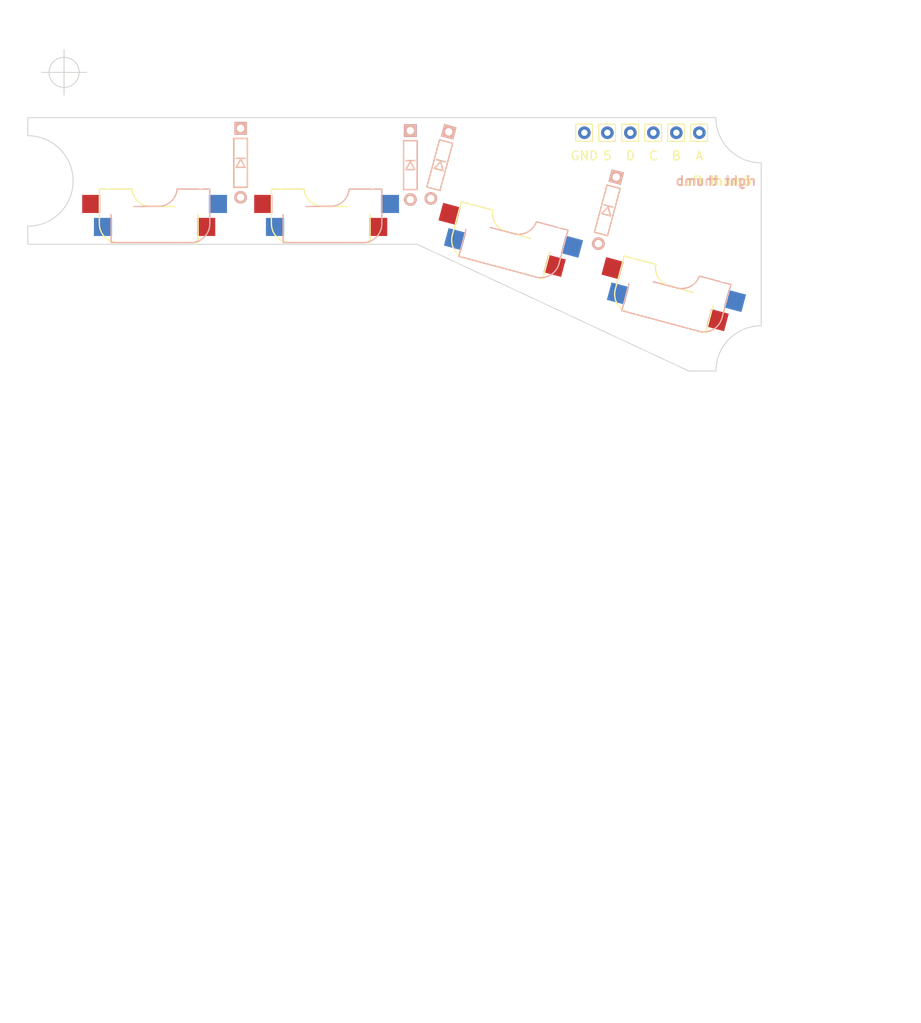
<source format=kicad_pcb>
(kicad_pcb (version 20171130) (host pcbnew 5.1.12)

  (general
    (thickness 1.6)
    (drawings 21)
    (tracks 0)
    (zones 0)
    (modules 14)
    (nets 11)
  )

  (page A4)
  (layers
    (0 F.Cu signal)
    (31 B.Cu signal)
    (32 B.Adhes user)
    (33 F.Adhes user)
    (34 B.Paste user)
    (35 F.Paste user)
    (36 B.SilkS user)
    (37 F.SilkS user)
    (38 B.Mask user)
    (39 F.Mask user)
    (40 Dwgs.User user)
    (41 Cmts.User user)
    (42 Eco1.User user)
    (43 Eco2.User user)
    (44 Edge.Cuts user)
    (45 Margin user)
    (46 B.CrtYd user)
    (47 F.CrtYd user)
    (48 B.Fab user)
    (49 F.Fab user)
  )

  (setup
    (last_trace_width 0.25)
    (trace_clearance 0.2)
    (zone_clearance 0.508)
    (zone_45_only no)
    (trace_min 0.2)
    (via_size 0.8)
    (via_drill 0.4)
    (via_min_size 0.4)
    (via_min_drill 0.3)
    (uvia_size 0.3)
    (uvia_drill 0.1)
    (uvias_allowed no)
    (uvia_min_size 0.2)
    (uvia_min_drill 0.1)
    (edge_width 0.1)
    (segment_width 0.2)
    (pcb_text_width 0.3)
    (pcb_text_size 1.5 1.5)
    (mod_edge_width 0.15)
    (mod_text_size 1 1)
    (mod_text_width 0.15)
    (pad_size 1.4 1.4)
    (pad_drill 0.7)
    (pad_to_mask_clearance 0)
    (aux_axis_origin 0 0)
    (visible_elements FFFFFF7F)
    (pcbplotparams
      (layerselection 0x010fc_ffffffff)
      (usegerberextensions false)
      (usegerberattributes true)
      (usegerberadvancedattributes true)
      (creategerberjobfile true)
      (excludeedgelayer true)
      (linewidth 0.100000)
      (plotframeref false)
      (viasonmask false)
      (mode 1)
      (useauxorigin false)
      (hpglpennumber 1)
      (hpglpenspeed 20)
      (hpglpendiameter 15.000000)
      (psnegative false)
      (psa4output false)
      (plotreference true)
      (plotvalue true)
      (plotinvisibletext false)
      (padsonsilk false)
      (subtractmaskfromsilk false)
      (outputformat 1)
      (mirror false)
      (drillshape 1)
      (scaleselection 1)
      (outputdirectory ""))
  )

  (net 0 "")
  (net 1 "Net-(D_LA5-Pad2)")
  (net 2 "Net-(D_LA5-Pad1)")
  (net 3 "Net-(D_LB5-Pad2)")
  (net 4 "Net-(D_LC5-Pad2)")
  (net 5 "Net-(D_LD5-Pad2)")
  (net 6 "Net-(H_LA1-Pad1)")
  (net 7 "Net-(H_LB1-Pad1)")
  (net 8 "Net-(H_LC1-Pad1)")
  (net 9 "Net-(H_LD1-Pad1)")
  (net 10 GND)

  (net_class Default "これはデフォルトのネット クラスです。"
    (clearance 0.2)
    (trace_width 0.25)
    (via_dia 0.8)
    (via_drill 0.4)
    (uvia_dia 0.3)
    (uvia_drill 0.1)
    (add_net GND)
    (add_net "Net-(D_LA5-Pad1)")
    (add_net "Net-(D_LA5-Pad2)")
    (add_net "Net-(D_LB5-Pad2)")
    (add_net "Net-(D_LC5-Pad2)")
    (add_net "Net-(D_LD5-Pad2)")
    (add_net "Net-(H_LA1-Pad1)")
    (add_net "Net-(H_LB1-Pad1)")
    (add_net "Net-(H_LC1-Pad1)")
    (add_net "Net-(H_LD1-Pad1)")
  )

  (module local:Pin_D0.7mm (layer F.Cu) (tedit 61A2FA53) (tstamp 61A356A4)
    (at 82.55 26.67)
    (descr "solder Pin_ with flat fork, hole diameter 0.7mm, length 6.5mm, width 1.8mm")
    (tags "solder Pin_ with flat fork")
    (path /61A26ADC)
    (fp_text reference H_LD1 (at 0 -3.81) (layer F.Fab)
      (effects (font (size 0.8 0.8) (thickness 0.15)))
    )
    (fp_text value D (at 0 2.54) (layer F.SilkS)
      (effects (font (size 1 1) (thickness 0.15)))
    )
    (fp_line (start -0.9 0.25) (end -0.9 -0.25) (layer F.Fab) (width 0.12))
    (fp_line (start 0.85 0.25) (end -0.9 0.25) (layer F.Fab) (width 0.12))
    (fp_line (start 0.85 -0.25) (end 0.85 0.25) (layer F.Fab) (width 0.12))
    (fp_line (start -0.9 -0.25) (end 0.85 -0.25) (layer F.Fab) (width 0.12))
    (fp_line (start 0.9 -0.95) (end -0.95 -0.95) (layer F.SilkS) (width 0.12))
    (fp_line (start 0.9 -0.9) (end 0.9 -0.95) (layer F.SilkS) (width 0.12))
    (fp_line (start 0.9 0.95) (end 0.9 -0.9) (layer F.SilkS) (width 0.12))
    (fp_line (start -0.95 0.95) (end 0.9 0.95) (layer F.SilkS) (width 0.12))
    (fp_line (start -0.95 -0.95) (end -0.95 0.95) (layer F.SilkS) (width 0.12))
    (pad 1 thru_hole circle (at 0 0) (size 1.4 1.4) (drill 0.7) (layers *.Cu *.Mask)
      (net 9 "Net-(H_LD1-Pad1)"))
    (model ${KISYS3DMOD}/Connector_Pin.3dshapes/Pin_D0.7mm_L6.5mm_W1.8mm_FlatFork.wrl
      (at (xyz 0 0 0))
      (scale (xyz 1 1 1))
      (rotate (xyz 0 0 0))
    )
  )

  (module local:Pin_D0.7mm (layer F.Cu) (tedit 61A2FA53) (tstamp 61A3566C)
    (at 80.01 26.67)
    (descr "solder Pin_ with flat fork, hole diameter 0.7mm, length 6.5mm, width 1.8mm")
    (tags "solder Pin_ with flat fork")
    (path /61A27B42)
    (fp_text reference H_L5 (at 0 -3.81) (layer F.Fab)
      (effects (font (size 0.8 0.8) (thickness 0.15)))
    )
    (fp_text value 5 (at 0 2.54) (layer F.SilkS)
      (effects (font (size 1 1) (thickness 0.15)))
    )
    (fp_line (start -0.9 0.25) (end -0.9 -0.25) (layer F.Fab) (width 0.12))
    (fp_line (start 0.85 0.25) (end -0.9 0.25) (layer F.Fab) (width 0.12))
    (fp_line (start 0.85 -0.25) (end 0.85 0.25) (layer F.Fab) (width 0.12))
    (fp_line (start -0.9 -0.25) (end 0.85 -0.25) (layer F.Fab) (width 0.12))
    (fp_line (start 0.9 -0.95) (end -0.95 -0.95) (layer F.SilkS) (width 0.12))
    (fp_line (start 0.9 -0.9) (end 0.9 -0.95) (layer F.SilkS) (width 0.12))
    (fp_line (start 0.9 0.95) (end 0.9 -0.9) (layer F.SilkS) (width 0.12))
    (fp_line (start -0.95 0.95) (end 0.9 0.95) (layer F.SilkS) (width 0.12))
    (fp_line (start -0.95 -0.95) (end -0.95 0.95) (layer F.SilkS) (width 0.12))
    (pad 1 thru_hole circle (at 0 0) (size 1.4 1.4) (drill 0.7) (layers *.Cu *.Mask)
      (net 2 "Net-(D_LA5-Pad1)"))
    (model ${KISYS3DMOD}/Connector_Pin.3dshapes/Pin_D0.7mm_L6.5mm_W1.8mm_FlatFork.wrl
      (at (xyz 0 0 0))
      (scale (xyz 1 1 1))
      (rotate (xyz 0 0 0))
    )
  )

  (module local:Pin_D0.7mm (layer F.Cu) (tedit 61A2FA53) (tstamp 61A3567A)
    (at 90.17 26.67)
    (descr "solder Pin_ with flat fork, hole diameter 0.7mm, length 6.5mm, width 1.8mm")
    (tags "solder Pin_ with flat fork")
    (path /61A275B8)
    (fp_text reference H_LA1 (at 0 -3.81) (layer F.Fab)
      (effects (font (size 0.8 0.8) (thickness 0.15)))
    )
    (fp_text value A (at 0 2.54) (layer F.SilkS)
      (effects (font (size 1 1) (thickness 0.15)))
    )
    (fp_line (start -0.9 0.25) (end -0.9 -0.25) (layer F.Fab) (width 0.12))
    (fp_line (start 0.85 0.25) (end -0.9 0.25) (layer F.Fab) (width 0.12))
    (fp_line (start 0.85 -0.25) (end 0.85 0.25) (layer F.Fab) (width 0.12))
    (fp_line (start -0.9 -0.25) (end 0.85 -0.25) (layer F.Fab) (width 0.12))
    (fp_line (start 0.9 -0.95) (end -0.95 -0.95) (layer F.SilkS) (width 0.12))
    (fp_line (start 0.9 -0.9) (end 0.9 -0.95) (layer F.SilkS) (width 0.12))
    (fp_line (start 0.9 0.95) (end 0.9 -0.9) (layer F.SilkS) (width 0.12))
    (fp_line (start -0.95 0.95) (end 0.9 0.95) (layer F.SilkS) (width 0.12))
    (fp_line (start -0.95 -0.95) (end -0.95 0.95) (layer F.SilkS) (width 0.12))
    (pad 1 thru_hole circle (at 0 0) (size 1.4 1.4) (drill 0.7) (layers *.Cu *.Mask)
      (net 6 "Net-(H_LA1-Pad1)"))
    (model ${KISYS3DMOD}/Connector_Pin.3dshapes/Pin_D0.7mm_L6.5mm_W1.8mm_FlatFork.wrl
      (at (xyz 0 0 0))
      (scale (xyz 1 1 1))
      (rotate (xyz 0 0 0))
    )
  )

  (module local:Pin_D0.7mm (layer F.Cu) (tedit 61A2FA53) (tstamp 61A35688)
    (at 87.63 26.67)
    (descr "solder Pin_ with flat fork, hole diameter 0.7mm, length 6.5mm, width 1.8mm")
    (tags "solder Pin_ with flat fork")
    (path /61A25B2F)
    (fp_text reference H_LB1 (at 0 -3.81) (layer F.Fab)
      (effects (font (size 0.8 0.8) (thickness 0.15)))
    )
    (fp_text value B (at 0 2.54) (layer F.SilkS)
      (effects (font (size 1 1) (thickness 0.15)))
    )
    (fp_line (start -0.9 0.25) (end -0.9 -0.25) (layer F.Fab) (width 0.12))
    (fp_line (start 0.85 0.25) (end -0.9 0.25) (layer F.Fab) (width 0.12))
    (fp_line (start 0.85 -0.25) (end 0.85 0.25) (layer F.Fab) (width 0.12))
    (fp_line (start -0.9 -0.25) (end 0.85 -0.25) (layer F.Fab) (width 0.12))
    (fp_line (start 0.9 -0.95) (end -0.95 -0.95) (layer F.SilkS) (width 0.12))
    (fp_line (start 0.9 -0.9) (end 0.9 -0.95) (layer F.SilkS) (width 0.12))
    (fp_line (start 0.9 0.95) (end 0.9 -0.9) (layer F.SilkS) (width 0.12))
    (fp_line (start -0.95 0.95) (end 0.9 0.95) (layer F.SilkS) (width 0.12))
    (fp_line (start -0.95 -0.95) (end -0.95 0.95) (layer F.SilkS) (width 0.12))
    (pad 1 thru_hole circle (at 0 0) (size 1.4 1.4) (drill 0.7) (layers *.Cu *.Mask)
      (net 7 "Net-(H_LB1-Pad1)"))
    (model ${KISYS3DMOD}/Connector_Pin.3dshapes/Pin_D0.7mm_L6.5mm_W1.8mm_FlatFork.wrl
      (at (xyz 0 0 0))
      (scale (xyz 1 1 1))
      (rotate (xyz 0 0 0))
    )
  )

  (module local:Pin_D0.7mm (layer F.Cu) (tedit 61A2FA53) (tstamp 61A35696)
    (at 85.09 26.67)
    (descr "solder Pin_ with flat fork, hole diameter 0.7mm, length 6.5mm, width 1.8mm")
    (tags "solder Pin_ with flat fork")
    (path /61A26894)
    (fp_text reference H_LC1 (at 0 -3.81) (layer F.Fab)
      (effects (font (size 0.8 0.8) (thickness 0.15)))
    )
    (fp_text value C (at 0 2.54) (layer F.SilkS)
      (effects (font (size 1 1) (thickness 0.15)))
    )
    (fp_line (start -0.9 0.25) (end -0.9 -0.25) (layer F.Fab) (width 0.12))
    (fp_line (start 0.85 0.25) (end -0.9 0.25) (layer F.Fab) (width 0.12))
    (fp_line (start 0.85 -0.25) (end 0.85 0.25) (layer F.Fab) (width 0.12))
    (fp_line (start -0.9 -0.25) (end 0.85 -0.25) (layer F.Fab) (width 0.12))
    (fp_line (start 0.9 -0.95) (end -0.95 -0.95) (layer F.SilkS) (width 0.12))
    (fp_line (start 0.9 -0.9) (end 0.9 -0.95) (layer F.SilkS) (width 0.12))
    (fp_line (start 0.9 0.95) (end 0.9 -0.9) (layer F.SilkS) (width 0.12))
    (fp_line (start -0.95 0.95) (end 0.9 0.95) (layer F.SilkS) (width 0.12))
    (fp_line (start -0.95 -0.95) (end -0.95 0.95) (layer F.SilkS) (width 0.12))
    (pad 1 thru_hole circle (at 0 0) (size 1.4 1.4) (drill 0.7) (layers *.Cu *.Mask)
      (net 8 "Net-(H_LC1-Pad1)"))
    (model ${KISYS3DMOD}/Connector_Pin.3dshapes/Pin_D0.7mm_L6.5mm_W1.8mm_FlatFork.wrl
      (at (xyz 0 0 0))
      (scale (xyz 1 1 1))
      (rotate (xyz 0 0 0))
    )
  )

  (module local:Pin_D0.7mm (layer F.Cu) (tedit 61A2FA53) (tstamp 61A356B2)
    (at 77.47 26.67)
    (descr "solder Pin_ with flat fork, hole diameter 0.7mm, length 6.5mm, width 1.8mm")
    (tags "solder Pin_ with flat fork")
    (path /61A27F0E)
    (fp_text reference H_LGND1 (at 0 -3.81) (layer F.Fab)
      (effects (font (size 0.8 0.8) (thickness 0.15)))
    )
    (fp_text value GND (at 0 2.54) (layer F.SilkS)
      (effects (font (size 1 1) (thickness 0.15)))
    )
    (fp_line (start -0.9 0.25) (end -0.9 -0.25) (layer F.Fab) (width 0.12))
    (fp_line (start 0.85 0.25) (end -0.9 0.25) (layer F.Fab) (width 0.12))
    (fp_line (start 0.85 -0.25) (end 0.85 0.25) (layer F.Fab) (width 0.12))
    (fp_line (start -0.9 -0.25) (end 0.85 -0.25) (layer F.Fab) (width 0.12))
    (fp_line (start 0.9 -0.95) (end -0.95 -0.95) (layer F.SilkS) (width 0.12))
    (fp_line (start 0.9 -0.9) (end 0.9 -0.95) (layer F.SilkS) (width 0.12))
    (fp_line (start 0.9 0.95) (end 0.9 -0.9) (layer F.SilkS) (width 0.12))
    (fp_line (start -0.95 0.95) (end 0.9 0.95) (layer F.SilkS) (width 0.12))
    (fp_line (start -0.95 -0.95) (end -0.95 0.95) (layer F.SilkS) (width 0.12))
    (pad 1 thru_hole circle (at 0 0) (size 1.4 1.4) (drill 0.7) (layers *.Cu *.Mask)
      (net 10 GND))
    (model ${KISYS3DMOD}/Connector_Pin.3dshapes/Pin_D0.7mm_L6.5mm_W1.8mm_FlatFork.wrl
      (at (xyz 0 0 0))
      (scale (xyz 1 1 1))
      (rotate (xyz 0 0 0))
    )
  )

  (module local:D_TH_Reversible (layer B.Cu) (tedit 6108B6D8) (tstamp 61A4765D)
    (at 80 35.25 255)
    (descr "Resitance 3 pas")
    (tags R)
    (path /61A38A85)
    (autoplace_cost180 10)
    (fp_text reference D_LA5 (at 0.55 0 75) (layer B.Fab) hide
      (effects (font (size 0.5 0.5) (thickness 0.125)) (justify mirror))
    )
    (fp_text value D_A5 (at -0.55 0 75) (layer B.Fab) hide
      (effects (font (size 0.5 0.5) (thickness 0.125)) (justify mirror))
    )
    (fp_line (start 2.7 -0.75) (end 2.7 0.75) (layer F.SilkS) (width 0.15))
    (fp_line (start -2.7 -0.75) (end 2.7 -0.75) (layer F.SilkS) (width 0.15))
    (fp_line (start -2.7 0.75) (end -2.7 -0.75) (layer F.SilkS) (width 0.15))
    (fp_line (start 2.7 0.75) (end -2.7 0.75) (layer F.SilkS) (width 0.15))
    (fp_line (start 2.7 -0.75) (end 2.7 0.75) (layer B.SilkS) (width 0.15))
    (fp_line (start -2.7 -0.75) (end 2.7 -0.75) (layer B.SilkS) (width 0.15))
    (fp_line (start -2.7 0.75) (end -2.7 -0.75) (layer B.SilkS) (width 0.15))
    (fp_line (start 2.7 0.75) (end -2.7 0.75) (layer B.SilkS) (width 0.15))
    (fp_line (start -0.5 0.5) (end -0.5 -0.5) (layer B.SilkS) (width 0.15))
    (fp_line (start 0.5 -0.5) (end -0.4 0) (layer B.SilkS) (width 0.15))
    (fp_line (start 0.5 0.5) (end 0.5 -0.5) (layer B.SilkS) (width 0.15))
    (fp_line (start -0.4 0) (end 0.5 0.5) (layer B.SilkS) (width 0.15))
    (fp_line (start -0.5 0.5) (end -0.5 -0.5) (layer F.SilkS) (width 0.15))
    (fp_line (start 0.5 -0.5) (end -0.4 0) (layer F.SilkS) (width 0.15))
    (fp_line (start 0.5 0.5) (end 0.5 -0.5) (layer F.SilkS) (width 0.15))
    (fp_line (start -0.4 0) (end 0.5 0.5) (layer F.SilkS) (width 0.15))
    (pad 2 thru_hole circle (at 3.81 0 255) (size 1.397 1.397) (drill 0.8128) (layers *.Cu *.Mask B.SilkS)
      (net 1 "Net-(D_LA5-Pad2)"))
    (pad 1 thru_hole rect (at -3.81 0 255) (size 1.397 1.397) (drill 0.8128) (layers *.Cu *.Mask B.SilkS)
      (net 2 "Net-(D_LA5-Pad1)"))
    (model Diodes_SMD.3dshapes/SMB_Handsoldering.wrl
      (at (xyz 0 0 0))
      (scale (xyz 0.22 0.15 0.15))
      (rotate (xyz 0 0 180))
    )
  )

  (module local:D_TH_Reversible (layer B.Cu) (tedit 6108B6D8) (tstamp 61A47672)
    (at 61.5 30.25 255)
    (descr "Resitance 3 pas")
    (tags R)
    (path /61A3850D)
    (autoplace_cost180 10)
    (fp_text reference D_LB5 (at 0.55 0 75) (layer B.Fab) hide
      (effects (font (size 0.5 0.5) (thickness 0.125)) (justify mirror))
    )
    (fp_text value D_B5 (at -0.55 0 75) (layer B.Fab) hide
      (effects (font (size 0.5 0.5) (thickness 0.125)) (justify mirror))
    )
    (fp_line (start 2.7 -0.75) (end 2.7 0.75) (layer F.SilkS) (width 0.15))
    (fp_line (start -2.7 -0.75) (end 2.7 -0.75) (layer F.SilkS) (width 0.15))
    (fp_line (start -2.7 0.75) (end -2.7 -0.75) (layer F.SilkS) (width 0.15))
    (fp_line (start 2.7 0.75) (end -2.7 0.75) (layer F.SilkS) (width 0.15))
    (fp_line (start 2.7 -0.75) (end 2.7 0.75) (layer B.SilkS) (width 0.15))
    (fp_line (start -2.7 -0.75) (end 2.7 -0.75) (layer B.SilkS) (width 0.15))
    (fp_line (start -2.7 0.75) (end -2.7 -0.75) (layer B.SilkS) (width 0.15))
    (fp_line (start 2.7 0.75) (end -2.7 0.75) (layer B.SilkS) (width 0.15))
    (fp_line (start -0.5 0.5) (end -0.5 -0.5) (layer B.SilkS) (width 0.15))
    (fp_line (start 0.5 -0.5) (end -0.4 0) (layer B.SilkS) (width 0.15))
    (fp_line (start 0.5 0.5) (end 0.5 -0.5) (layer B.SilkS) (width 0.15))
    (fp_line (start -0.4 0) (end 0.5 0.5) (layer B.SilkS) (width 0.15))
    (fp_line (start -0.5 0.5) (end -0.5 -0.5) (layer F.SilkS) (width 0.15))
    (fp_line (start 0.5 -0.5) (end -0.4 0) (layer F.SilkS) (width 0.15))
    (fp_line (start 0.5 0.5) (end 0.5 -0.5) (layer F.SilkS) (width 0.15))
    (fp_line (start -0.4 0) (end 0.5 0.5) (layer F.SilkS) (width 0.15))
    (pad 2 thru_hole circle (at 3.81 0 255) (size 1.397 1.397) (drill 0.8128) (layers *.Cu *.Mask B.SilkS)
      (net 3 "Net-(D_LB5-Pad2)"))
    (pad 1 thru_hole rect (at -3.81 0 255) (size 1.397 1.397) (drill 0.8128) (layers *.Cu *.Mask B.SilkS)
      (net 2 "Net-(D_LA5-Pad1)"))
    (model Diodes_SMD.3dshapes/SMB_Handsoldering.wrl
      (at (xyz 0 0 0))
      (scale (xyz 0.22 0.15 0.15))
      (rotate (xyz 0 0 180))
    )
  )

  (module local:D_TH_Reversible (layer B.Cu) (tedit 6108B6D8) (tstamp 61A47687)
    (at 58.25 30.25 270)
    (descr "Resitance 3 pas")
    (tags R)
    (path /61A37E86)
    (autoplace_cost180 10)
    (fp_text reference D_LC5 (at 0.55 0 90) (layer B.Fab) hide
      (effects (font (size 0.5 0.5) (thickness 0.125)) (justify mirror))
    )
    (fp_text value D_C5 (at -0.55 0 90) (layer B.Fab) hide
      (effects (font (size 0.5 0.5) (thickness 0.125)) (justify mirror))
    )
    (fp_line (start 2.7 -0.75) (end 2.7 0.75) (layer F.SilkS) (width 0.15))
    (fp_line (start -2.7 -0.75) (end 2.7 -0.75) (layer F.SilkS) (width 0.15))
    (fp_line (start -2.7 0.75) (end -2.7 -0.75) (layer F.SilkS) (width 0.15))
    (fp_line (start 2.7 0.75) (end -2.7 0.75) (layer F.SilkS) (width 0.15))
    (fp_line (start 2.7 -0.75) (end 2.7 0.75) (layer B.SilkS) (width 0.15))
    (fp_line (start -2.7 -0.75) (end 2.7 -0.75) (layer B.SilkS) (width 0.15))
    (fp_line (start -2.7 0.75) (end -2.7 -0.75) (layer B.SilkS) (width 0.15))
    (fp_line (start 2.7 0.75) (end -2.7 0.75) (layer B.SilkS) (width 0.15))
    (fp_line (start -0.5 0.5) (end -0.5 -0.5) (layer B.SilkS) (width 0.15))
    (fp_line (start 0.5 -0.5) (end -0.4 0) (layer B.SilkS) (width 0.15))
    (fp_line (start 0.5 0.5) (end 0.5 -0.5) (layer B.SilkS) (width 0.15))
    (fp_line (start -0.4 0) (end 0.5 0.5) (layer B.SilkS) (width 0.15))
    (fp_line (start -0.5 0.5) (end -0.5 -0.5) (layer F.SilkS) (width 0.15))
    (fp_line (start 0.5 -0.5) (end -0.4 0) (layer F.SilkS) (width 0.15))
    (fp_line (start 0.5 0.5) (end 0.5 -0.5) (layer F.SilkS) (width 0.15))
    (fp_line (start -0.4 0) (end 0.5 0.5) (layer F.SilkS) (width 0.15))
    (pad 2 thru_hole circle (at 3.81 0 270) (size 1.397 1.397) (drill 0.8128) (layers *.Cu *.Mask B.SilkS)
      (net 4 "Net-(D_LC5-Pad2)"))
    (pad 1 thru_hole rect (at -3.81 0 270) (size 1.397 1.397) (drill 0.8128) (layers *.Cu *.Mask B.SilkS)
      (net 2 "Net-(D_LA5-Pad1)"))
    (model Diodes_SMD.3dshapes/SMB_Handsoldering.wrl
      (at (xyz 0 0 0))
      (scale (xyz 0.22 0.15 0.15))
      (rotate (xyz 0 0 180))
    )
  )

  (module local:D_TH_Reversible (layer B.Cu) (tedit 6108B6D8) (tstamp 61A4769C)
    (at 39.5 30 270)
    (descr "Resitance 3 pas")
    (tags R)
    (path /61A374D8)
    (autoplace_cost180 10)
    (fp_text reference D_LD5 (at 0.55 0 90) (layer B.Fab) hide
      (effects (font (size 0.5 0.5) (thickness 0.125)) (justify mirror))
    )
    (fp_text value D (at -0.55 0 90) (layer B.Fab) hide
      (effects (font (size 0.5 0.5) (thickness 0.125)) (justify mirror))
    )
    (fp_line (start 2.7 -0.75) (end 2.7 0.75) (layer F.SilkS) (width 0.15))
    (fp_line (start -2.7 -0.75) (end 2.7 -0.75) (layer F.SilkS) (width 0.15))
    (fp_line (start -2.7 0.75) (end -2.7 -0.75) (layer F.SilkS) (width 0.15))
    (fp_line (start 2.7 0.75) (end -2.7 0.75) (layer F.SilkS) (width 0.15))
    (fp_line (start 2.7 -0.75) (end 2.7 0.75) (layer B.SilkS) (width 0.15))
    (fp_line (start -2.7 -0.75) (end 2.7 -0.75) (layer B.SilkS) (width 0.15))
    (fp_line (start -2.7 0.75) (end -2.7 -0.75) (layer B.SilkS) (width 0.15))
    (fp_line (start 2.7 0.75) (end -2.7 0.75) (layer B.SilkS) (width 0.15))
    (fp_line (start -0.5 0.5) (end -0.5 -0.5) (layer B.SilkS) (width 0.15))
    (fp_line (start 0.5 -0.5) (end -0.4 0) (layer B.SilkS) (width 0.15))
    (fp_line (start 0.5 0.5) (end 0.5 -0.5) (layer B.SilkS) (width 0.15))
    (fp_line (start -0.4 0) (end 0.5 0.5) (layer B.SilkS) (width 0.15))
    (fp_line (start -0.5 0.5) (end -0.5 -0.5) (layer F.SilkS) (width 0.15))
    (fp_line (start 0.5 -0.5) (end -0.4 0) (layer F.SilkS) (width 0.15))
    (fp_line (start 0.5 0.5) (end 0.5 -0.5) (layer F.SilkS) (width 0.15))
    (fp_line (start -0.4 0) (end 0.5 0.5) (layer F.SilkS) (width 0.15))
    (pad 2 thru_hole circle (at 3.81 0 270) (size 1.397 1.397) (drill 0.8128) (layers *.Cu *.Mask B.SilkS)
      (net 5 "Net-(D_LD5-Pad2)"))
    (pad 1 thru_hole rect (at -3.81 0 270) (size 1.397 1.397) (drill 0.8128) (layers *.Cu *.Mask B.SilkS)
      (net 2 "Net-(D_LA5-Pad1)"))
    (model Diodes_SMD.3dshapes/SMB_Handsoldering.wrl
      (at (xyz 0 0 0))
      (scale (xyz 0.22 0.15 0.15))
      (rotate (xyz 0 0 180))
    )
  )

  (module local:CherryMX_Hotswap_Reversible (layer F.Cu) (tedit 61A469B8) (tstamp 61A476B1)
    (at 88 41 165)
    (path /61A293DD)
    (fp_text reference SW_LA5 (at 6.858 -8.128 345) (layer F.SilkS) hide
      (effects (font (size 1 1) (thickness 0.15)))
    )
    (fp_text value SW_PUSH-foostan (at 7.62 7.874 345) (layer F.Fab) hide
      (effects (font (size 1 1) (thickness 0.15)))
    )
    (fp_arc (start 4.015 -4.73) (end 3.825 -6.804) (angle 90) (layer F.SilkS) (width 0.15))
    (fp_arc (start 0.415 -0.73) (end 0.225 -2.8) (angle 90) (layer F.SilkS) (width 0.15))
    (fp_arc (start -0.415 -0.73) (end -0.225 -2.8) (angle -90) (layer B.SilkS) (width 0.15))
    (fp_arc (start -4.015 -4.73) (end -3.825 -6.804) (angle -90) (layer B.SilkS) (width 0.15))
    (fp_line (start 7 6) (end 7 7) (layer Eco1.User) (width 0.12))
    (fp_line (start 7 7) (end 6 7) (layer Eco1.User) (width 0.12))
    (fp_line (start 8 -3) (end 7 -3) (layer Eco1.User) (width 0.12))
    (fp_line (start 6 -7) (end 7 -7) (layer Eco1.User) (width 0.12))
    (fp_line (start 7 -7) (end 7 -6) (layer Eco1.User) (width 0.1))
    (fp_line (start -7 -6) (end -7 -7) (layer Eco1.User) (width 0.1))
    (fp_line (start -7 7) (end -7 6) (layer Eco1.User) (width 0.1))
    (fp_line (start 6.1 -0.896) (end 2.49 -0.896) (layer F.SilkS) (width 0.15))
    (fp_line (start 6.1 -4.85) (end 6.1 -0.905) (layer F.SilkS) (width 0.15))
    (fp_line (start -4.8 -6.804) (end 3.825 -6.804) (layer F.SilkS) (width 0.15))
    (fp_line (start -4.8 -2.896) (end -4.8 -6.804) (layer F.SilkS) (width 0.15))
    (fp_line (start -4.8 -2.85) (end 0.25 -2.804) (layer F.SilkS) (width 0.15))
    (fp_line (start 4.8 -2.85) (end -0.25 -2.804) (layer B.SilkS) (width 0.15))
    (fp_line (start 4.8 -2.896) (end 4.8 -6.804) (layer B.SilkS) (width 0.15))
    (fp_line (start 4.8 -6.804) (end -3.825 -6.804) (layer B.SilkS) (width 0.15))
    (fp_line (start -6.1 -4.85) (end -6.1 -0.905) (layer B.SilkS) (width 0.15))
    (fp_line (start -6.1 -0.896) (end -2.49 -0.896) (layer B.SilkS) (width 0.15))
    (fp_line (start -9 -9) (end 9 -9) (layer Dwgs.User) (width 0.1))
    (fp_line (start 9 -9) (end 9 9) (layer Dwgs.User) (width 0.1))
    (fp_line (start 9 9) (end -9 9) (layer Dwgs.User) (width 0.1))
    (fp_line (start -9 9) (end -9 -9) (layer Dwgs.User) (width 0.1))
    (fp_line (start -6 7) (end -7 7) (layer Eco1.User) (width 0.1))
    (fp_line (start -7 -7) (end -6 -7) (layer Eco1.User) (width 0.1))
    (fp_line (start -3 -6) (end -3 -9) (layer Cmts.User) (width 0.12))
    (fp_line (start -3 -9) (end 3 -9) (layer Cmts.User) (width 0.12))
    (fp_line (start 3 -9) (end 3 -6) (layer Cmts.User) (width 0.12))
    (fp_line (start 3 -6) (end -3 -6) (layer Cmts.User) (width 0.12))
    (fp_line (start -3 6) (end -3 9) (layer Cmts.User) (width 0.12))
    (fp_line (start -3 9) (end 3 9) (layer Cmts.User) (width 0.12))
    (fp_line (start 3 9) (end 3 6) (layer Cmts.User) (width 0.12))
    (fp_line (start 3 6) (end -3 6) (layer Cmts.User) (width 0.12))
    (pad 2 smd rect (at -5.7 -5.08 345) (size 2 2) (layers F.Cu F.Paste F.Mask)
      (net 6 "Net-(H_LA1-Pad1)"))
    (pad "" np_thru_hole circle (at 3.81 -2.54 345) (size 3 3) (drill 3) (layers *.Cu *.Mask)
      (clearance 0.25))
    (pad "" np_thru_hole circle (at -2.54 -5.08 345) (size 3 3) (drill 3) (layers *.Cu *.Mask)
      (clearance 0.3))
    (pad 1 smd rect (at 7 -2.54 345) (size 2 2) (layers F.Cu F.Paste F.Mask)
      (net 1 "Net-(D_LA5-Pad2)"))
    (pad 2 smd rect (at -7 -2.54 345) (size 2 2) (layers B.Cu B.Paste B.Mask)
      (net 6 "Net-(H_LA1-Pad1)"))
    (pad "" np_thru_hole circle (at 2.54 -5.08 345) (size 3 3) (drill 3) (layers *.Cu *.Mask)
      (clearance 0.3))
    (pad "" np_thru_hole circle (at 0 0 75) (size 3.988 3.988) (drill 3.988) (layers *.Cu *.Mask)
      (clearance 0.25))
    (pad "" np_thru_hole circle (at -5.08 0 345) (size 1.702 1.702) (drill 1.702) (layers *.Cu *.Mask)
      (clearance 0.3))
    (pad "" np_thru_hole circle (at 5.08 0 345) (size 1.702 1.702) (drill 1.702) (layers *.Cu *.Mask)
      (clearance 0.3))
    (pad "" np_thru_hole circle (at -3.81 -2.54 345) (size 3 3) (drill 3) (layers *.Cu *.Mask)
      (clearance 0.25))
    (pad 1 smd rect (at 5.7 -5.08 345) (size 2 2) (layers B.Cu B.Paste B.Mask)
      (net 1 "Net-(D_LA5-Pad2)"))
  )

  (module local:CherryMX_Hotswap_Reversible (layer F.Cu) (tedit 61A469B8) (tstamp 61A476E2)
    (at 70 35 165)
    (path /61A2B094)
    (fp_text reference SW_LB5 (at 6.858 -8.128 345) (layer F.SilkS) hide
      (effects (font (size 1 1) (thickness 0.15)))
    )
    (fp_text value SW_PUSH-foostan (at 7.62 7.874 345) (layer F.Fab) hide
      (effects (font (size 1 1) (thickness 0.15)))
    )
    (fp_arc (start 4.015 -4.73) (end 3.825 -6.804) (angle 90) (layer F.SilkS) (width 0.15))
    (fp_arc (start 0.415 -0.73) (end 0.225 -2.8) (angle 90) (layer F.SilkS) (width 0.15))
    (fp_arc (start -0.415 -0.73) (end -0.225 -2.8) (angle -90) (layer B.SilkS) (width 0.15))
    (fp_arc (start -4.015 -4.73) (end -3.825 -6.804) (angle -90) (layer B.SilkS) (width 0.15))
    (fp_line (start 7 6) (end 7 7) (layer Eco1.User) (width 0.12))
    (fp_line (start 7 7) (end 6 7) (layer Eco1.User) (width 0.12))
    (fp_line (start 8 -3) (end 7 -3) (layer Eco1.User) (width 0.12))
    (fp_line (start 6 -7) (end 7 -7) (layer Eco1.User) (width 0.12))
    (fp_line (start 7 -7) (end 7 -6) (layer Eco1.User) (width 0.1))
    (fp_line (start -7 -6) (end -7 -7) (layer Eco1.User) (width 0.1))
    (fp_line (start -7 7) (end -7 6) (layer Eco1.User) (width 0.1))
    (fp_line (start 6.1 -0.896) (end 2.49 -0.896) (layer F.SilkS) (width 0.15))
    (fp_line (start 6.1 -4.85) (end 6.1 -0.905) (layer F.SilkS) (width 0.15))
    (fp_line (start -4.8 -6.804) (end 3.825 -6.804) (layer F.SilkS) (width 0.15))
    (fp_line (start -4.8 -2.896) (end -4.8 -6.804) (layer F.SilkS) (width 0.15))
    (fp_line (start -4.8 -2.85) (end 0.25 -2.804) (layer F.SilkS) (width 0.15))
    (fp_line (start 4.8 -2.85) (end -0.25 -2.804) (layer B.SilkS) (width 0.15))
    (fp_line (start 4.8 -2.896) (end 4.8 -6.804) (layer B.SilkS) (width 0.15))
    (fp_line (start 4.8 -6.804) (end -3.825 -6.804) (layer B.SilkS) (width 0.15))
    (fp_line (start -6.1 -4.85) (end -6.1 -0.905) (layer B.SilkS) (width 0.15))
    (fp_line (start -6.1 -0.896) (end -2.49 -0.896) (layer B.SilkS) (width 0.15))
    (fp_line (start -9 -9) (end 9 -9) (layer Dwgs.User) (width 0.1))
    (fp_line (start 9 -9) (end 9 9) (layer Dwgs.User) (width 0.1))
    (fp_line (start 9 9) (end -9 9) (layer Dwgs.User) (width 0.1))
    (fp_line (start -9 9) (end -9 -9) (layer Dwgs.User) (width 0.1))
    (fp_line (start -6 7) (end -7 7) (layer Eco1.User) (width 0.1))
    (fp_line (start -7 -7) (end -6 -7) (layer Eco1.User) (width 0.1))
    (fp_line (start -3 -6) (end -3 -9) (layer Cmts.User) (width 0.12))
    (fp_line (start -3 -9) (end 3 -9) (layer Cmts.User) (width 0.12))
    (fp_line (start 3 -9) (end 3 -6) (layer Cmts.User) (width 0.12))
    (fp_line (start 3 -6) (end -3 -6) (layer Cmts.User) (width 0.12))
    (fp_line (start -3 6) (end -3 9) (layer Cmts.User) (width 0.12))
    (fp_line (start -3 9) (end 3 9) (layer Cmts.User) (width 0.12))
    (fp_line (start 3 9) (end 3 6) (layer Cmts.User) (width 0.12))
    (fp_line (start 3 6) (end -3 6) (layer Cmts.User) (width 0.12))
    (pad 2 smd rect (at -5.7 -5.08 345) (size 2 2) (layers F.Cu F.Paste F.Mask)
      (net 7 "Net-(H_LB1-Pad1)"))
    (pad "" np_thru_hole circle (at 3.81 -2.54 345) (size 3 3) (drill 3) (layers *.Cu *.Mask)
      (clearance 0.25))
    (pad "" np_thru_hole circle (at -2.54 -5.08 345) (size 3 3) (drill 3) (layers *.Cu *.Mask)
      (clearance 0.3))
    (pad 1 smd rect (at 7 -2.54 345) (size 2 2) (layers F.Cu F.Paste F.Mask)
      (net 3 "Net-(D_LB5-Pad2)"))
    (pad 2 smd rect (at -7 -2.54 345) (size 2 2) (layers B.Cu B.Paste B.Mask)
      (net 7 "Net-(H_LB1-Pad1)"))
    (pad "" np_thru_hole circle (at 2.54 -5.08 345) (size 3 3) (drill 3) (layers *.Cu *.Mask)
      (clearance 0.3))
    (pad "" np_thru_hole circle (at 0 0 75) (size 3.988 3.988) (drill 3.988) (layers *.Cu *.Mask)
      (clearance 0.25))
    (pad "" np_thru_hole circle (at -5.08 0 345) (size 1.702 1.702) (drill 1.702) (layers *.Cu *.Mask)
      (clearance 0.3))
    (pad "" np_thru_hole circle (at 5.08 0 345) (size 1.702 1.702) (drill 1.702) (layers *.Cu *.Mask)
      (clearance 0.3))
    (pad "" np_thru_hole circle (at -3.81 -2.54 345) (size 3 3) (drill 3) (layers *.Cu *.Mask)
      (clearance 0.25))
    (pad 1 smd rect (at 5.7 -5.08 345) (size 2 2) (layers B.Cu B.Paste B.Mask)
      (net 3 "Net-(D_LB5-Pad2)"))
  )

  (module local:CherryMX_Hotswap_Reversible (layer F.Cu) (tedit 61A469B8) (tstamp 61A47713)
    (at 49 32 180)
    (path /61A2FE9B)
    (fp_text reference SW_LC5 (at 6.858 -8.128 180) (layer F.SilkS) hide
      (effects (font (size 1 1) (thickness 0.15)))
    )
    (fp_text value SW_PUSH-foostan (at 7.62 7.874 180) (layer F.Fab) hide
      (effects (font (size 1 1) (thickness 0.15)))
    )
    (fp_arc (start 4.015 -4.73) (end 3.825 -6.804) (angle 90) (layer F.SilkS) (width 0.15))
    (fp_arc (start 0.415 -0.73) (end 0.225 -2.8) (angle 90) (layer F.SilkS) (width 0.15))
    (fp_arc (start -0.415 -0.73) (end -0.225 -2.8) (angle -90) (layer B.SilkS) (width 0.15))
    (fp_arc (start -4.015 -4.73) (end -3.825 -6.804) (angle -90) (layer B.SilkS) (width 0.15))
    (fp_line (start 7 6) (end 7 7) (layer Eco1.User) (width 0.12))
    (fp_line (start 7 7) (end 6 7) (layer Eco1.User) (width 0.12))
    (fp_line (start 8 -3) (end 7 -3) (layer Eco1.User) (width 0.12))
    (fp_line (start 6 -7) (end 7 -7) (layer Eco1.User) (width 0.12))
    (fp_line (start 7 -7) (end 7 -6) (layer Eco1.User) (width 0.1))
    (fp_line (start -7 -6) (end -7 -7) (layer Eco1.User) (width 0.1))
    (fp_line (start -7 7) (end -7 6) (layer Eco1.User) (width 0.1))
    (fp_line (start 6.1 -0.896) (end 2.49 -0.896) (layer F.SilkS) (width 0.15))
    (fp_line (start 6.1 -4.85) (end 6.1 -0.905) (layer F.SilkS) (width 0.15))
    (fp_line (start -4.8 -6.804) (end 3.825 -6.804) (layer F.SilkS) (width 0.15))
    (fp_line (start -4.8 -2.896) (end -4.8 -6.804) (layer F.SilkS) (width 0.15))
    (fp_line (start -4.8 -2.85) (end 0.25 -2.804) (layer F.SilkS) (width 0.15))
    (fp_line (start 4.8 -2.85) (end -0.25 -2.804) (layer B.SilkS) (width 0.15))
    (fp_line (start 4.8 -2.896) (end 4.8 -6.804) (layer B.SilkS) (width 0.15))
    (fp_line (start 4.8 -6.804) (end -3.825 -6.804) (layer B.SilkS) (width 0.15))
    (fp_line (start -6.1 -4.85) (end -6.1 -0.905) (layer B.SilkS) (width 0.15))
    (fp_line (start -6.1 -0.896) (end -2.49 -0.896) (layer B.SilkS) (width 0.15))
    (fp_line (start -9 -9) (end 9 -9) (layer Dwgs.User) (width 0.1))
    (fp_line (start 9 -9) (end 9 9) (layer Dwgs.User) (width 0.1))
    (fp_line (start 9 9) (end -9 9) (layer Dwgs.User) (width 0.1))
    (fp_line (start -9 9) (end -9 -9) (layer Dwgs.User) (width 0.1))
    (fp_line (start -6 7) (end -7 7) (layer Eco1.User) (width 0.1))
    (fp_line (start -7 -7) (end -6 -7) (layer Eco1.User) (width 0.1))
    (fp_line (start -3 -6) (end -3 -9) (layer Cmts.User) (width 0.12))
    (fp_line (start -3 -9) (end 3 -9) (layer Cmts.User) (width 0.12))
    (fp_line (start 3 -9) (end 3 -6) (layer Cmts.User) (width 0.12))
    (fp_line (start 3 -6) (end -3 -6) (layer Cmts.User) (width 0.12))
    (fp_line (start -3 6) (end -3 9) (layer Cmts.User) (width 0.12))
    (fp_line (start -3 9) (end 3 9) (layer Cmts.User) (width 0.12))
    (fp_line (start 3 9) (end 3 6) (layer Cmts.User) (width 0.12))
    (fp_line (start 3 6) (end -3 6) (layer Cmts.User) (width 0.12))
    (pad 2 smd rect (at -5.7 -5.08) (size 2 2) (layers F.Cu F.Paste F.Mask)
      (net 8 "Net-(H_LC1-Pad1)"))
    (pad "" np_thru_hole circle (at 3.81 -2.54) (size 3 3) (drill 3) (layers *.Cu *.Mask)
      (clearance 0.25))
    (pad "" np_thru_hole circle (at -2.54 -5.08) (size 3 3) (drill 3) (layers *.Cu *.Mask)
      (clearance 0.3))
    (pad 1 smd rect (at 7 -2.54) (size 2 2) (layers F.Cu F.Paste F.Mask)
      (net 4 "Net-(D_LC5-Pad2)"))
    (pad 2 smd rect (at -7 -2.54) (size 2 2) (layers B.Cu B.Paste B.Mask)
      (net 8 "Net-(H_LC1-Pad1)"))
    (pad "" np_thru_hole circle (at 2.54 -5.08) (size 3 3) (drill 3) (layers *.Cu *.Mask)
      (clearance 0.3))
    (pad "" np_thru_hole circle (at 0 0 90) (size 3.988 3.988) (drill 3.988) (layers *.Cu *.Mask)
      (clearance 0.25))
    (pad "" np_thru_hole circle (at -5.08 0) (size 1.702 1.702) (drill 1.702) (layers *.Cu *.Mask)
      (clearance 0.3))
    (pad "" np_thru_hole circle (at 5.08 0) (size 1.702 1.702) (drill 1.702) (layers *.Cu *.Mask)
      (clearance 0.3))
    (pad "" np_thru_hole circle (at -3.81 -2.54) (size 3 3) (drill 3) (layers *.Cu *.Mask)
      (clearance 0.25))
    (pad 1 smd rect (at 5.7 -5.08) (size 2 2) (layers B.Cu B.Paste B.Mask)
      (net 4 "Net-(D_LC5-Pad2)"))
  )

  (module local:CherryMX_Hotswap_Reversible (layer F.Cu) (tedit 61A469B8) (tstamp 61A47744)
    (at 30 32 180)
    (path /61A35327)
    (fp_text reference SW_LD5 (at 6.858 -8.128 180) (layer F.SilkS) hide
      (effects (font (size 1 1) (thickness 0.15)))
    )
    (fp_text value SW_PUSH-foostan (at 7.62 7.874 180) (layer F.Fab) hide
      (effects (font (size 1 1) (thickness 0.15)))
    )
    (fp_arc (start 4.015 -4.73) (end 3.825 -6.804) (angle 90) (layer F.SilkS) (width 0.15))
    (fp_arc (start 0.415 -0.73) (end 0.225 -2.8) (angle 90) (layer F.SilkS) (width 0.15))
    (fp_arc (start -0.415 -0.73) (end -0.225 -2.8) (angle -90) (layer B.SilkS) (width 0.15))
    (fp_arc (start -4.015 -4.73) (end -3.825 -6.804) (angle -90) (layer B.SilkS) (width 0.15))
    (fp_line (start 7 6) (end 7 7) (layer Eco1.User) (width 0.12))
    (fp_line (start 7 7) (end 6 7) (layer Eco1.User) (width 0.12))
    (fp_line (start 8 -3) (end 7 -3) (layer Eco1.User) (width 0.12))
    (fp_line (start 6 -7) (end 7 -7) (layer Eco1.User) (width 0.12))
    (fp_line (start 7 -7) (end 7 -6) (layer Eco1.User) (width 0.1))
    (fp_line (start -7 -6) (end -7 -7) (layer Eco1.User) (width 0.1))
    (fp_line (start -7 7) (end -7 6) (layer Eco1.User) (width 0.1))
    (fp_line (start 6.1 -0.896) (end 2.49 -0.896) (layer F.SilkS) (width 0.15))
    (fp_line (start 6.1 -4.85) (end 6.1 -0.905) (layer F.SilkS) (width 0.15))
    (fp_line (start -4.8 -6.804) (end 3.825 -6.804) (layer F.SilkS) (width 0.15))
    (fp_line (start -4.8 -2.896) (end -4.8 -6.804) (layer F.SilkS) (width 0.15))
    (fp_line (start -4.8 -2.85) (end 0.25 -2.804) (layer F.SilkS) (width 0.15))
    (fp_line (start 4.8 -2.85) (end -0.25 -2.804) (layer B.SilkS) (width 0.15))
    (fp_line (start 4.8 -2.896) (end 4.8 -6.804) (layer B.SilkS) (width 0.15))
    (fp_line (start 4.8 -6.804) (end -3.825 -6.804) (layer B.SilkS) (width 0.15))
    (fp_line (start -6.1 -4.85) (end -6.1 -0.905) (layer B.SilkS) (width 0.15))
    (fp_line (start -6.1 -0.896) (end -2.49 -0.896) (layer B.SilkS) (width 0.15))
    (fp_line (start -9 -9) (end 9 -9) (layer Dwgs.User) (width 0.1))
    (fp_line (start 9 -9) (end 9 9) (layer Dwgs.User) (width 0.1))
    (fp_line (start 9 9) (end -9 9) (layer Dwgs.User) (width 0.1))
    (fp_line (start -9 9) (end -9 -9) (layer Dwgs.User) (width 0.1))
    (fp_line (start -6 7) (end -7 7) (layer Eco1.User) (width 0.1))
    (fp_line (start -7 -7) (end -6 -7) (layer Eco1.User) (width 0.1))
    (fp_line (start -3 -6) (end -3 -9) (layer Cmts.User) (width 0.12))
    (fp_line (start -3 -9) (end 3 -9) (layer Cmts.User) (width 0.12))
    (fp_line (start 3 -9) (end 3 -6) (layer Cmts.User) (width 0.12))
    (fp_line (start 3 -6) (end -3 -6) (layer Cmts.User) (width 0.12))
    (fp_line (start -3 6) (end -3 9) (layer Cmts.User) (width 0.12))
    (fp_line (start -3 9) (end 3 9) (layer Cmts.User) (width 0.12))
    (fp_line (start 3 9) (end 3 6) (layer Cmts.User) (width 0.12))
    (fp_line (start 3 6) (end -3 6) (layer Cmts.User) (width 0.12))
    (pad 2 smd rect (at -5.7 -5.08) (size 2 2) (layers F.Cu F.Paste F.Mask)
      (net 9 "Net-(H_LD1-Pad1)"))
    (pad "" np_thru_hole circle (at 3.81 -2.54) (size 3 3) (drill 3) (layers *.Cu *.Mask)
      (clearance 0.25))
    (pad "" np_thru_hole circle (at -2.54 -5.08) (size 3 3) (drill 3) (layers *.Cu *.Mask)
      (clearance 0.3))
    (pad 1 smd rect (at 7 -2.54) (size 2 2) (layers F.Cu F.Paste F.Mask)
      (net 5 "Net-(D_LD5-Pad2)"))
    (pad 2 smd rect (at -7 -2.54) (size 2 2) (layers B.Cu B.Paste B.Mask)
      (net 9 "Net-(H_LD1-Pad1)"))
    (pad "" np_thru_hole circle (at 2.54 -5.08) (size 3 3) (drill 3) (layers *.Cu *.Mask)
      (clearance 0.3))
    (pad "" np_thru_hole circle (at 0 0 90) (size 3.988 3.988) (drill 3.988) (layers *.Cu *.Mask)
      (clearance 0.25))
    (pad "" np_thru_hole circle (at -5.08 0) (size 1.702 1.702) (drill 1.702) (layers *.Cu *.Mask)
      (clearance 0.3))
    (pad "" np_thru_hole circle (at 5.08 0) (size 1.702 1.702) (drill 1.702) (layers *.Cu *.Mask)
      (clearance 0.3))
    (pad "" np_thru_hole circle (at -3.81 -2.54) (size 3 3) (drill 3) (layers *.Cu *.Mask)
      (clearance 0.25))
    (pad 1 smd rect (at 5.7 -5.08) (size 2 2) (layers B.Cu B.Paste B.Mask)
      (net 5 "Net-(D_LD5-Pad2)"))
  )

  (gr_text "right thumb" (at 92 32) (layer B.SilkS) (tstamp 61A47779)
    (effects (font (size 1 1) (thickness 0.2)) (justify mirror))
  )
  (gr_line (start 92 53) (end 89 53) (layer Edge.Cuts) (width 0.1))
  (gr_text "left thumb" (at 92 32) (layer F.SilkS)
    (effects (font (size 1 1) (thickness 0.2)))
  )
  (dimension 79 (width 0.15) (layer Dwgs.User)
    (gr_text "79.000 mm" (at 57.5 12.7) (layer Dwgs.User)
      (effects (font (size 1 1) (thickness 0.15)))
    )
    (feature1 (pts (xy 97 18) (xy 97 13.413579)))
    (feature2 (pts (xy 18 18) (xy 18 13.413579)))
    (crossbar (pts (xy 18 14) (xy 97 14)))
    (arrow1a (pts (xy 97 14) (xy 95.873496 14.586421)))
    (arrow1b (pts (xy 97 14) (xy 95.873496 13.413579)))
    (arrow2a (pts (xy 18 14) (xy 19.126504 14.586421)))
    (arrow2b (pts (xy 18 14) (xy 19.126504 13.413579)))
  )
  (dimension 100 (width 0.15) (layer Dwgs.User)
    (gr_text "100.000 mm" (at 113.3 75 270) (layer Dwgs.User)
      (effects (font (size 1 1) (thickness 0.15)))
    )
    (feature1 (pts (xy 103 125) (xy 112.586421 125)))
    (feature2 (pts (xy 103 25) (xy 112.586421 25)))
    (crossbar (pts (xy 112 25) (xy 112 125)))
    (arrow1a (pts (xy 112 125) (xy 111.413579 123.873496)))
    (arrow1b (pts (xy 112 125) (xy 112.586421 123.873496)))
    (arrow2a (pts (xy 112 25) (xy 111.413579 26.126504)))
    (arrow2b (pts (xy 112 25) (xy 112.586421 26.126504)))
  )
  (gr_line (start 16 25) (end 16 27) (layer Edge.Cuts) (width 0.1) (tstamp 61A20937))
  (gr_arc (start 97 25) (end 92 25) (angle -90) (layer Edge.Cuts) (width 0.1))
  (gr_arc (start 97 53) (end 97 48) (angle -90) (layer Edge.Cuts) (width 0.1))
  (gr_arc (start 16 32) (end 16 37) (angle -180) (layer Edge.Cuts) (width 0.1))
  (gr_line (start 89 53) (end 59 39) (layer Edge.Cuts) (width 0.1))
  (gr_line (start 97 30) (end 97 48) (layer Edge.Cuts) (width 0.1))
  (gr_line (start 16 25) (end 92 25) (layer Edge.Cuts) (width 0.1))
  (gr_line (start 13 42) (end 58 42) (layer Dwgs.User) (width 0.15) (tstamp 61A1BB74))
  (gr_line (start 13 22) (end 13 42) (layer Dwgs.User) (width 0.15))
  (gr_line (start 88 56) (end 58 42) (layer Dwgs.User) (width 0.15))
  (gr_line (start 100 56) (end 88 56) (layer Dwgs.User) (width 0.15))
  (gr_line (start 100 22) (end 100 56) (layer Dwgs.User) (width 0.15))
  (gr_line (start 13 22) (end 100 22) (layer Dwgs.User) (width 0.15))
  (gr_line (start 16 39) (end 59 39) (layer Edge.Cuts) (width 0.1))
  (gr_line (start 16 37) (end 16 39) (layer Edge.Cuts) (width 0.1))
  (target plus (at 20 20) (size 5) (width 0.1) (layer Edge.Cuts))

)

</source>
